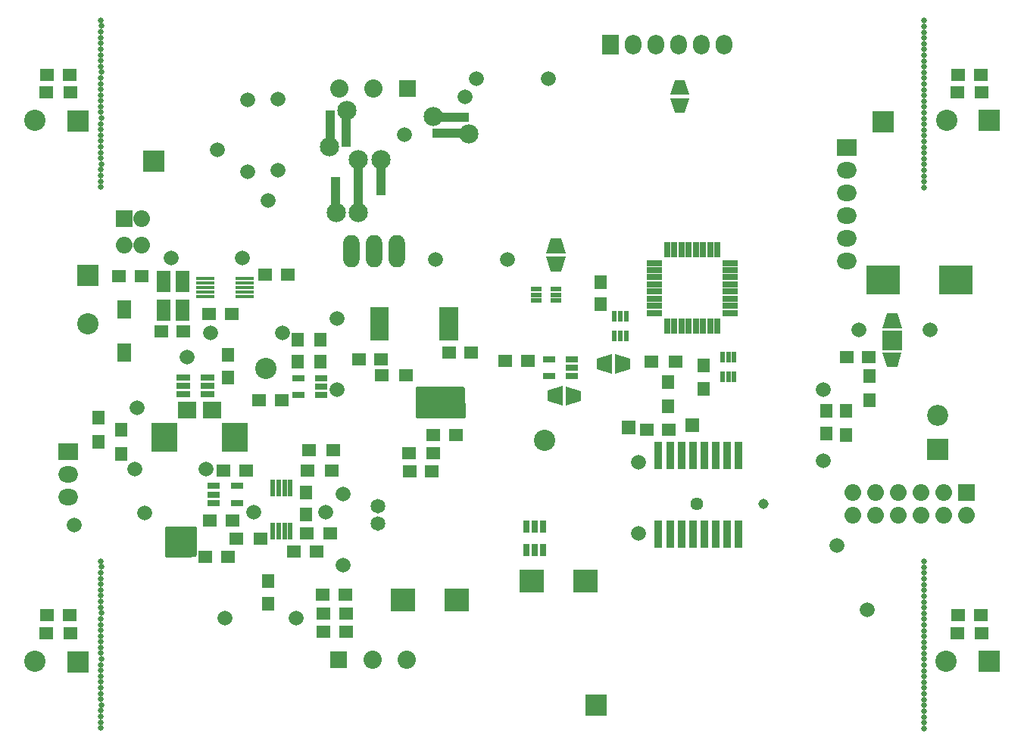
<source format=gbs>
G04 #@! TF.FileFunction,Soldermask,Bot*
%FSLAX46Y46*%
G04 Gerber Fmt 4.6, Leading zero omitted, Abs format (unit mm)*
G04 Created by KiCad (PCBNEW 4.0.6) date Friday, May 24, 2019 'PMt' 09:54:45 PM*
%MOMM*%
%LPD*%
G01*
G04 APERTURE LIST*
%ADD10C,0.100000*%
%ADD11C,1.664000*%
%ADD12C,0.740000*%
%ADD13R,2.375200X2.375200*%
%ADD14C,2.375200*%
%ADD15R,1.640000X1.390000*%
%ADD16C,0.640000*%
%ADD17R,1.840000X1.840000*%
%ADD18C,2.040000*%
%ADD19R,2.340000X2.340000*%
%ADD20C,2.340000*%
%ADD21R,1.867200X1.867200*%
%ADD22O,1.867200X1.867200*%
%ADD23C,1.140000*%
%ADD24C,1.440000*%
%ADD25R,1.390000X1.640000*%
%ADD26R,2.740000X2.540000*%
%ADD27R,1.180000X0.540000*%
%ADD28R,0.540000X1.180000*%
%ADD29R,2.172000X2.172000*%
%ADD30R,1.640000X1.440000*%
%ADD31R,2.140000X1.920000*%
%ADD32R,2.138980X3.739180*%
%ADD33O,1.839260X3.640120*%
%ADD34R,0.770000X1.420000*%
%ADD35R,2.840000X3.340000*%
%ADD36R,1.440000X1.640000*%
%ADD37R,2.172000X1.867200*%
%ADD38O,2.172000X1.867200*%
%ADD39R,1.620000X0.770000*%
%ADD40R,1.420000X0.770000*%
%ADD41R,0.940000X3.140000*%
%ADD42R,0.840000X3.140000*%
%ADD43R,1.720000X0.670000*%
%ADD44R,0.670000X1.720000*%
%ADD45R,2.020000X0.420000*%
%ADD46R,1.641140X1.641140*%
%ADD47R,1.570000X2.340000*%
%ADD48R,1.640000X2.040000*%
%ADD49R,1.867200X2.172000*%
%ADD50O,1.867200X2.172000*%
%ADD51R,1.440000X0.790000*%
%ADD52R,3.120000X3.120000*%
%ADD53C,0.420000*%
%ADD54C,1.320000*%
%ADD55R,3.740000X3.340000*%
%ADD56R,0.550000X1.850000*%
%ADD57C,1.620000*%
%ADD58R,5.120000X3.120000*%
%ADD59C,1.640000*%
%ADD60C,2.140000*%
%ADD61R,1.140000X6.140000*%
%ADD62R,1.140000X4.140000*%
%ADD63R,4.140000X1.140000*%
%ADD64C,0.254000*%
G04 APERTURE END LIST*
D10*
D11*
X38843146Y-44913146D03*
X44500000Y-50570000D03*
D12*
X44500000Y-50570000D03*
X38843146Y-44913146D03*
D13*
X125110000Y-41600000D03*
D14*
X120330000Y-41590000D03*
D15*
X124170000Y-36480000D03*
X121670000Y-36480000D03*
D16*
X117820000Y-49110000D03*
X117820000Y-48470000D03*
X117820000Y-47830000D03*
X117820000Y-47180000D03*
X117840000Y-46530000D03*
X117820000Y-45890000D03*
X117820000Y-45250000D03*
X117820000Y-44610000D03*
X117820000Y-39460000D03*
X117820000Y-40100000D03*
X117820000Y-40740000D03*
X117840000Y-41380000D03*
X117820000Y-42030000D03*
X117820000Y-42680000D03*
X117820000Y-43320000D03*
X117820000Y-43960000D03*
X117820000Y-33670000D03*
X117820000Y-33030000D03*
X117820000Y-32390000D03*
X117840000Y-31090000D03*
X117820000Y-30450000D03*
X117820000Y-34320000D03*
X117820000Y-34960000D03*
X117820000Y-35600000D03*
X117840000Y-36240000D03*
X117820000Y-36890000D03*
X117820000Y-37540000D03*
X117820000Y-38180000D03*
X117820000Y-38820000D03*
D13*
X23220000Y-41640000D03*
D14*
X18450000Y-41580000D03*
D15*
X19800000Y-36470000D03*
X22300000Y-36470000D03*
D16*
X25820000Y-38770000D03*
X25820000Y-38130000D03*
X25820000Y-37490000D03*
X25820000Y-36840000D03*
X25840000Y-36190000D03*
X25820000Y-35550000D03*
X25820000Y-34910000D03*
X25820000Y-34270000D03*
X25820000Y-30400000D03*
X25840000Y-31040000D03*
X25820000Y-31690000D03*
X25820000Y-32340000D03*
X25820000Y-32980000D03*
X25820000Y-33620000D03*
X25820000Y-43910000D03*
X25820000Y-43270000D03*
X25820000Y-42630000D03*
X25820000Y-41980000D03*
X25840000Y-41330000D03*
X25820000Y-40690000D03*
X25820000Y-40050000D03*
X25820000Y-39410000D03*
X25820000Y-44560000D03*
X25820000Y-45200000D03*
X25820000Y-45840000D03*
X25840000Y-46480000D03*
X25820000Y-47130000D03*
X25820000Y-47780000D03*
X25820000Y-48420000D03*
X25820000Y-49060000D03*
X25810000Y-109590000D03*
X25810000Y-108950000D03*
X25810000Y-108310000D03*
X25810000Y-107660000D03*
X25830000Y-107010000D03*
X25810000Y-106370000D03*
X25810000Y-105730000D03*
X25810000Y-105090000D03*
X25810000Y-99940000D03*
X25810000Y-100580000D03*
X25810000Y-101220000D03*
X25830000Y-101860000D03*
X25810000Y-102510000D03*
X25810000Y-103160000D03*
X25810000Y-103800000D03*
X25810000Y-104440000D03*
X25810000Y-94150000D03*
X25810000Y-93510000D03*
X25810000Y-92870000D03*
X25810000Y-92220000D03*
X25830000Y-91570000D03*
X25810000Y-90930000D03*
X25810000Y-94800000D03*
X25810000Y-95440000D03*
X25810000Y-96080000D03*
X25830000Y-96720000D03*
X25810000Y-97370000D03*
X25810000Y-98020000D03*
X25810000Y-98660000D03*
X25810000Y-99300000D03*
X117800000Y-99340000D03*
X117800000Y-98700000D03*
X117800000Y-98060000D03*
X117800000Y-97410000D03*
X117800000Y-104480000D03*
X117800000Y-103840000D03*
X117800000Y-103200000D03*
X117800000Y-102550000D03*
X117820000Y-101900000D03*
X117800000Y-101260000D03*
X117800000Y-100620000D03*
X117800000Y-99980000D03*
X117800000Y-105130000D03*
X117800000Y-105770000D03*
X117800000Y-106410000D03*
X117820000Y-107050000D03*
X117800000Y-107700000D03*
X117800000Y-108350000D03*
X117800000Y-108990000D03*
D17*
X52380000Y-101980000D03*
D18*
X56190000Y-101980000D03*
X60000000Y-101980000D03*
D17*
X60050000Y-38020000D03*
D18*
X56240000Y-38020000D03*
X52430000Y-38020000D03*
D14*
X44260000Y-69400000D03*
X24350000Y-64370000D03*
D13*
X24350000Y-58950000D03*
D19*
X119360000Y-78380000D03*
D20*
X119360000Y-74570000D03*
D21*
X122570000Y-83280000D03*
D22*
X122570000Y-85820000D03*
X120030000Y-83280000D03*
X120030000Y-85820000D03*
X117490000Y-83280000D03*
X117490000Y-85820000D03*
X114950000Y-83280000D03*
X114950000Y-85820000D03*
X112410000Y-83280000D03*
X112410000Y-85820000D03*
X109870000Y-83280000D03*
X109870000Y-85820000D03*
D23*
X99890000Y-84490000D03*
D24*
X92390000Y-84490000D03*
D25*
X48750000Y-83230000D03*
X48750000Y-85730000D03*
D15*
X49880000Y-89810000D03*
X47380000Y-89810000D03*
D25*
X40040000Y-67870000D03*
X40040000Y-70370000D03*
D15*
X40510000Y-86420000D03*
X38010000Y-86420000D03*
X42030000Y-80820000D03*
X39530000Y-80820000D03*
D25*
X44515000Y-95655000D03*
X44515000Y-93155000D03*
D26*
X73950000Y-93150000D03*
X79950000Y-93150000D03*
D15*
X53130000Y-94690000D03*
X50630000Y-94690000D03*
D25*
X50350000Y-66140000D03*
X50350000Y-68640000D03*
D15*
X43510000Y-72930000D03*
X46010000Y-72930000D03*
D25*
X106900000Y-74140000D03*
X106900000Y-76640000D03*
D15*
X60290000Y-80850000D03*
X62790000Y-80850000D03*
X62970000Y-76820000D03*
X65470000Y-76820000D03*
X64710000Y-67540000D03*
X67210000Y-67540000D03*
X57130000Y-68310000D03*
X54630000Y-68310000D03*
X89300000Y-76260000D03*
X86800000Y-76260000D03*
D25*
X81650000Y-59690000D03*
X81650000Y-62190000D03*
D15*
X35040000Y-65230000D03*
X32540000Y-65230000D03*
X37920000Y-63280000D03*
X40420000Y-63280000D03*
X71010000Y-68520000D03*
X73510000Y-68520000D03*
X46690000Y-58890000D03*
X44190000Y-58890000D03*
D27*
X74440000Y-61770000D03*
X74440000Y-61120000D03*
X74440000Y-60470000D03*
X76640000Y-60470000D03*
X76640000Y-61770000D03*
X76640000Y-61120000D03*
D28*
X95290000Y-68130000D03*
X95940000Y-68130000D03*
X96590000Y-68130000D03*
X96590000Y-70330000D03*
X95290000Y-70330000D03*
X95940000Y-70330000D03*
D10*
G36*
X77730570Y-56454570D02*
X75589430Y-56454570D01*
X76089430Y-54813430D01*
X77230570Y-54813430D01*
X77730570Y-56454570D01*
X77730570Y-56454570D01*
G37*
G36*
X75578000Y-56834000D02*
X77742000Y-56834000D01*
X77242000Y-58498000D01*
X76078000Y-58498000D01*
X75578000Y-56834000D01*
X75578000Y-56834000D01*
G37*
G36*
X82924570Y-67779430D02*
X82924570Y-69920570D01*
X81283430Y-69420570D01*
X81283430Y-68279430D01*
X82924570Y-67779430D01*
X82924570Y-67779430D01*
G37*
G36*
X83304000Y-69932000D02*
X83304000Y-67768000D01*
X84968000Y-68268000D01*
X84968000Y-69432000D01*
X83304000Y-69932000D01*
X83304000Y-69932000D01*
G37*
G36*
X91580570Y-38714570D02*
X89439430Y-38714570D01*
X89939430Y-37073430D01*
X91080570Y-37073430D01*
X91580570Y-38714570D01*
X91580570Y-38714570D01*
G37*
G36*
X89428000Y-39094000D02*
X91592000Y-39094000D01*
X91092000Y-40758000D01*
X89928000Y-40758000D01*
X89428000Y-39094000D01*
X89428000Y-39094000D01*
G37*
G36*
X115332000Y-64883000D02*
X113168000Y-64883000D01*
X113668000Y-63219000D01*
X114832000Y-63219000D01*
X115332000Y-64883000D01*
X115332000Y-64883000D01*
G37*
G36*
X113179430Y-67548430D02*
X115320570Y-67548430D01*
X114820570Y-69189570D01*
X113679430Y-69189570D01*
X113179430Y-67548430D01*
X113179430Y-67548430D01*
G37*
D29*
X114250000Y-66210000D03*
D10*
G36*
X77805430Y-73500570D02*
X77805430Y-71359430D01*
X79446570Y-71859430D01*
X79446570Y-73000570D01*
X77805430Y-73500570D01*
X77805430Y-73500570D01*
G37*
G36*
X77426000Y-71348000D02*
X77426000Y-73512000D01*
X75762000Y-73012000D01*
X75762000Y-71848000D01*
X77426000Y-71348000D01*
X77426000Y-71348000D01*
G37*
D30*
X51480000Y-87820000D03*
X48780000Y-87820000D03*
D31*
X35400000Y-74010000D03*
X38200000Y-74010000D03*
D15*
X50690000Y-96770000D03*
X53190000Y-96770000D03*
D10*
G36*
X63591313Y-66239590D02*
X63591313Y-62500410D01*
X65730293Y-62500410D01*
X65730293Y-66239590D01*
X63591313Y-66239590D01*
X63591313Y-66239590D01*
G37*
D32*
X56939197Y-64370000D03*
D33*
X56310000Y-56270000D03*
X53770000Y-56270000D03*
X58850000Y-56270000D03*
D34*
X74320000Y-89650000D03*
X73370000Y-87050000D03*
X74320000Y-87050000D03*
X75270000Y-87050000D03*
X75270000Y-89650000D03*
X73370000Y-89650000D03*
D30*
X40940000Y-88410000D03*
X43640000Y-88410000D03*
D35*
X40770000Y-77030000D03*
X32870000Y-77030000D03*
D36*
X109080000Y-74100000D03*
X109080000Y-76800000D03*
D30*
X51780000Y-78490000D03*
X49080000Y-78490000D03*
X48890000Y-80750000D03*
X51590000Y-80750000D03*
X60280000Y-78820000D03*
X62980000Y-78820000D03*
X59890000Y-70080000D03*
X57190000Y-70080000D03*
D36*
X89210000Y-70860000D03*
X89210000Y-73560000D03*
D30*
X90050000Y-68600000D03*
X87350000Y-68600000D03*
D36*
X93150000Y-71680000D03*
X93150000Y-68980000D03*
X28040000Y-76220000D03*
X28040000Y-78920000D03*
X25500000Y-74890000D03*
X25500000Y-77590000D03*
D37*
X22150000Y-78660000D03*
D38*
X22150000Y-81200000D03*
X22150000Y-83740000D03*
D39*
X37740000Y-70370000D03*
X37740000Y-71320000D03*
X37740000Y-72270000D03*
X35040000Y-72270000D03*
X35040000Y-70370000D03*
X35040000Y-71320000D03*
D40*
X38430000Y-84420000D03*
X38430000Y-83470000D03*
X38430000Y-82520000D03*
X41030000Y-82520000D03*
X41030000Y-84420000D03*
D41*
X88095000Y-79080000D03*
D42*
X89415000Y-79080000D03*
X90685000Y-79080000D03*
X91955000Y-79080000D03*
X93225000Y-79080000D03*
X94495000Y-79080000D03*
X95765000Y-79080000D03*
D41*
X97085000Y-79080000D03*
X97085000Y-87880000D03*
D42*
X95765000Y-87880000D03*
X94495000Y-87880000D03*
X93225000Y-87880000D03*
X91955000Y-87880000D03*
X90685000Y-87880000D03*
X89415000Y-87880000D03*
D41*
X88095000Y-87880000D03*
D43*
X87670000Y-63150000D03*
X87670000Y-62350000D03*
X87670000Y-61550000D03*
X87670000Y-60750000D03*
X87670000Y-59950000D03*
X87670000Y-59150000D03*
X87670000Y-58350000D03*
X87670000Y-57550000D03*
D44*
X89120000Y-56100000D03*
X89920000Y-56100000D03*
X90720000Y-56100000D03*
X91520000Y-56100000D03*
X92320000Y-56100000D03*
X93120000Y-56100000D03*
X93920000Y-56100000D03*
X94720000Y-56100000D03*
D43*
X96170000Y-57550000D03*
X96170000Y-58350000D03*
X96170000Y-59150000D03*
X96170000Y-59950000D03*
X96170000Y-60750000D03*
X96170000Y-61550000D03*
X96170000Y-62350000D03*
X96170000Y-63150000D03*
D44*
X94720000Y-64600000D03*
X93920000Y-64600000D03*
X93120000Y-64600000D03*
X92320000Y-64600000D03*
X91520000Y-64600000D03*
X90720000Y-64600000D03*
X89920000Y-64600000D03*
X89120000Y-64600000D03*
D45*
X37440000Y-61290000D03*
X37440000Y-60790000D03*
X37440000Y-60290000D03*
X37440000Y-59790000D03*
X37440000Y-59290000D03*
X41840000Y-59290000D03*
X41840000Y-59790000D03*
X41840000Y-60290000D03*
X41840000Y-60790000D03*
X41840000Y-61290000D03*
D40*
X78470000Y-68340000D03*
X78470000Y-69290000D03*
X78470000Y-70240000D03*
X75870000Y-70240000D03*
X75870000Y-68340000D03*
D13*
X81190000Y-107020000D03*
D46*
X84800000Y-76000000D03*
X91950000Y-75750000D03*
D13*
X113270000Y-41800000D03*
X31740000Y-46180000D03*
D47*
X32790000Y-62800000D03*
X32790000Y-59660000D03*
X34950000Y-59660000D03*
X34950000Y-62800000D03*
D15*
X53220000Y-98860000D03*
X50720000Y-98860000D03*
X27850000Y-59010000D03*
X30350000Y-59010000D03*
D48*
X28380000Y-62760000D03*
X28380000Y-67560000D03*
D21*
X28390000Y-52580000D03*
D22*
X28390000Y-55570000D03*
X30390000Y-52580000D03*
X30390000Y-55570000D03*
D49*
X82790000Y-33110000D03*
D50*
X85330000Y-33110000D03*
X87870000Y-33110000D03*
X90410000Y-33110000D03*
X92950000Y-33110000D03*
X95490000Y-33110000D03*
D37*
X109190000Y-44650000D03*
D38*
X109190000Y-47190000D03*
X109190000Y-49730000D03*
X109190000Y-52270000D03*
X109190000Y-54810000D03*
X109190000Y-57350000D03*
D25*
X47810000Y-66140000D03*
X47810000Y-68640000D03*
D15*
X40010000Y-90420000D03*
X37510000Y-90420000D03*
D14*
X75360000Y-77380000D03*
D51*
X50450000Y-70450000D03*
X50450000Y-71400000D03*
X50450000Y-72350000D03*
X47850000Y-72350000D03*
X47850000Y-70450000D03*
D16*
X117800000Y-109630000D03*
D15*
X121650000Y-97000000D03*
X124150000Y-97000000D03*
X19790000Y-97000000D03*
X22290000Y-97000000D03*
D14*
X120310000Y-102110000D03*
D13*
X125090000Y-102120000D03*
D14*
X18440000Y-102110000D03*
D13*
X23210000Y-102170000D03*
D15*
X111660000Y-68120000D03*
X109160000Y-68120000D03*
D36*
X111730000Y-70230000D03*
X111730000Y-72930000D03*
D52*
X34710000Y-88770000D03*
D53*
X34986860Y-88018160D03*
X34461080Y-88018160D03*
X33965780Y-88028320D03*
X33958160Y-88490600D03*
X33955620Y-89008760D03*
X33975940Y-89511680D03*
X34438220Y-89516760D03*
X34946220Y-89529460D03*
X35444060Y-89506600D03*
X35459300Y-89006220D03*
X35459300Y-88505840D03*
X35433900Y-88038480D03*
D54*
X34710000Y-88770000D03*
D30*
X121560000Y-38480000D03*
X124260000Y-38480000D03*
X124240000Y-99000000D03*
X121540000Y-99000000D03*
X22390000Y-38470000D03*
X19690000Y-38470000D03*
X22380000Y-99000000D03*
X19680000Y-99000000D03*
D55*
X121410000Y-59440000D03*
X113210000Y-59440000D03*
D11*
X39670000Y-97290000D03*
X47670000Y-97290000D03*
D12*
X47670000Y-97290000D03*
X39670000Y-97290000D03*
D11*
X22831538Y-86889185D03*
X30710000Y-85500000D03*
D12*
X30710000Y-85500000D03*
X22831538Y-86889185D03*
D11*
X29580000Y-80660000D03*
X37580000Y-80660000D03*
D12*
X37580000Y-80660000D03*
X29580000Y-80660000D03*
D11*
X29813146Y-73776854D03*
X35470000Y-68120000D03*
D12*
X35470000Y-68120000D03*
X29813146Y-73776854D03*
D11*
X52840000Y-91400000D03*
X52840000Y-83400000D03*
D12*
X52840000Y-83400000D03*
X52840000Y-91400000D03*
D11*
X52200000Y-71740000D03*
X52200000Y-63740000D03*
D12*
X52200000Y-63740000D03*
X52200000Y-71740000D03*
D11*
X33630000Y-56970000D03*
X41630000Y-56970000D03*
D12*
X41630000Y-56970000D03*
X33630000Y-56970000D03*
D11*
X38100000Y-65360000D03*
X46100000Y-65360000D03*
D12*
X46100000Y-65360000D03*
X38100000Y-65360000D03*
D11*
X45620000Y-39180000D03*
X45620000Y-47180000D03*
D12*
X45620000Y-47180000D03*
X45620000Y-39180000D03*
D11*
X75810000Y-36940000D03*
X67810000Y-36940000D03*
D12*
X67810000Y-36940000D03*
X75810000Y-36940000D03*
D11*
X63220000Y-57210000D03*
X71220000Y-57210000D03*
D12*
X71220000Y-57210000D03*
X63220000Y-57210000D03*
D11*
X42190000Y-39330000D03*
X42190000Y-47330000D03*
D12*
X42190000Y-47330000D03*
X42190000Y-39330000D03*
D11*
X118500000Y-65070000D03*
X110500000Y-65070000D03*
D12*
X110500000Y-65070000D03*
X118500000Y-65070000D03*
D11*
X106560000Y-79690000D03*
X106560000Y-71690000D03*
D12*
X106560000Y-71690000D03*
X106560000Y-79690000D03*
D11*
X111430946Y-96400462D03*
X108050000Y-89150000D03*
D12*
X108050000Y-89150000D03*
X111430946Y-96400462D03*
D11*
X85920000Y-79840000D03*
X85920000Y-87840000D03*
D12*
X85920000Y-87840000D03*
X85920000Y-79840000D03*
D11*
X66524385Y-38970646D03*
X59740000Y-43210000D03*
D12*
X59740000Y-43210000D03*
X66524385Y-38970646D03*
D11*
X50890000Y-85440000D03*
X42890000Y-85440000D03*
D12*
X42890000Y-85440000D03*
X50890000Y-85440000D03*
D56*
X45045000Y-82750000D03*
X45695000Y-82750000D03*
X46345000Y-82750000D03*
X46995000Y-82750000D03*
X46995000Y-87550000D03*
X46345000Y-87550000D03*
X45695000Y-87550000D03*
X45045000Y-87550000D03*
D57*
X63762700Y-72977140D03*
D58*
X63750000Y-73000000D03*
D57*
X65350000Y-73000000D03*
X62150000Y-73000000D03*
D26*
X59610000Y-95280000D03*
X65610000Y-95280000D03*
D28*
X84530000Y-65680000D03*
X83880000Y-65680000D03*
X83230000Y-65680000D03*
X83230000Y-63480000D03*
X84530000Y-63480000D03*
X83880000Y-63480000D03*
D16*
X117820000Y-31740000D03*
X117820000Y-91610000D03*
X117800000Y-92260000D03*
X117800000Y-92910000D03*
X117800000Y-93550000D03*
X117800000Y-94190000D03*
X117800000Y-94840000D03*
X117800000Y-95480000D03*
X117800000Y-96120000D03*
X117820000Y-96760000D03*
X117800000Y-90970000D03*
D59*
X56760000Y-84730000D03*
X56760000Y-86730000D03*
D60*
X54590000Y-45950000D03*
X54590000Y-51950000D03*
X52090000Y-51950000D03*
X57090000Y-45950000D03*
D61*
X54590000Y-48950000D03*
D62*
X52050000Y-49966000D03*
X57130000Y-47934000D03*
D60*
X51325100Y-44520000D03*
X53268200Y-40520000D03*
D62*
X51414000Y-42520000D03*
X53192000Y-42520000D03*
D60*
X62930000Y-41195100D03*
X66930000Y-43138200D03*
D63*
X64930000Y-41284000D03*
X64930000Y-43062000D03*
D64*
G36*
X66373605Y-71611436D02*
X66411463Y-74782072D01*
X61105551Y-74743900D01*
X61067972Y-71493326D01*
X61106067Y-71477000D01*
X66245571Y-71477000D01*
X66373605Y-71611436D01*
X66373605Y-71611436D01*
G37*
X66373605Y-71611436D02*
X66411463Y-74782072D01*
X61105551Y-74743900D01*
X61067972Y-71493326D01*
X61106067Y-71477000D01*
X66245571Y-71477000D01*
X66373605Y-71611436D01*
G36*
X36393000Y-90177394D02*
X36297394Y-90273000D01*
X35990000Y-90273000D01*
X35940590Y-90283006D01*
X35900197Y-90310197D01*
X35867394Y-90343000D01*
X33057000Y-90343000D01*
X33057000Y-87107000D01*
X36393000Y-87107000D01*
X36393000Y-90177394D01*
X36393000Y-90177394D01*
G37*
X36393000Y-90177394D02*
X36297394Y-90273000D01*
X35990000Y-90273000D01*
X35940590Y-90283006D01*
X35900197Y-90310197D01*
X35867394Y-90343000D01*
X33057000Y-90343000D01*
X33057000Y-87107000D01*
X36393000Y-87107000D01*
X36393000Y-90177394D01*
M02*

</source>
